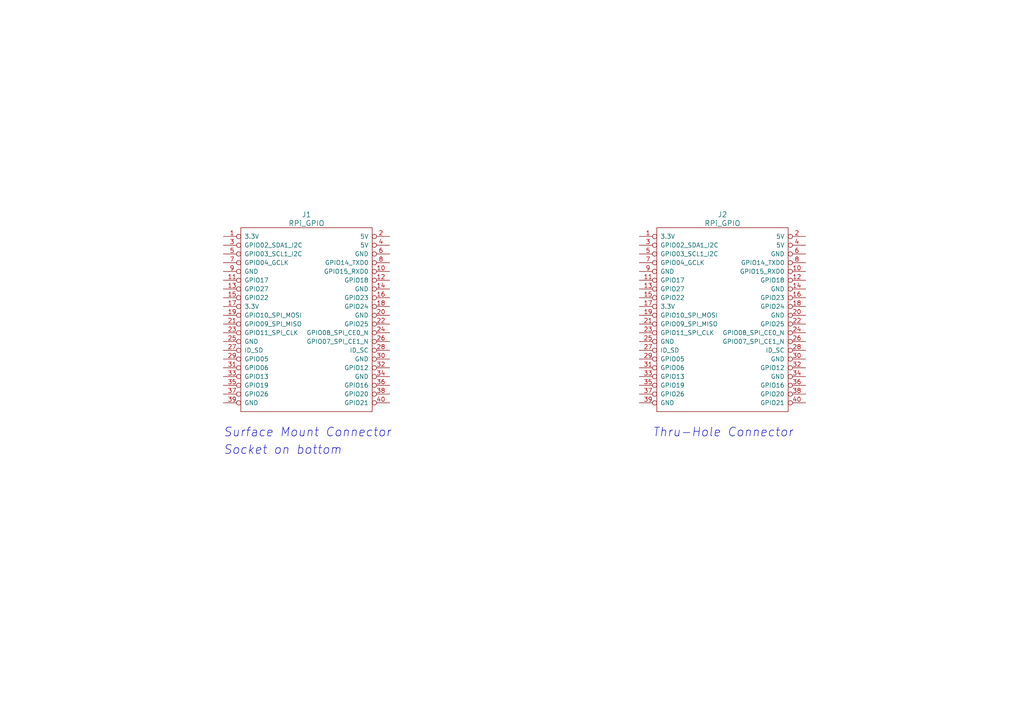
<source format=kicad_sch>
(kicad_sch (version 20231120) (generator "eeschema") (generator_version "8.0")
  (paper "A4")
  (lib_symbols
    (symbol "Connector-ML:RPi_GPIO" (pin_names (offset 1.016))
      (property "Reference" "J" (at 19.05 6.35 0))
      (property "Value" "RPi_GPIO" (at 19.05 3.81 0))
      (symbol "RPi_GPIO_0_1"
        (rectangle (start 0 2.54) (end 38.1 -50.8))
      )
      (symbol "RPi_GPIO_1_1"
        (pin power_in inverted (at -5.08 0 0) (length 5.08) (name "3.3V") (number "1"))
        (pin bidirectional inverted (at 43.18 -10.16 180) (length 5.08) (name "GPIO15_RXD0") (number "10"))
        (pin bidirectional inverted (at -5.08 -12.7 0) (length 5.08) (name "GPIO17") (number "11"))
        (pin bidirectional inverted (at 43.18 -12.7 180) (length 5.08) (name "GPIO18") (number "12"))
        (pin bidirectional inverted (at -5.08 -15.24 0) (length 5.08) (name "GPIO27") (number "13"))
        (pin power_in inverted (at 43.18 -15.24 180) (length 5.08) (name "GND") (number "14"))
        (pin bidirectional inverted (at -5.08 -17.78 0) (length 5.08) (name "GPIO22") (number "15"))
        (pin bidirectional inverted (at 43.18 -17.78 180) (length 5.08) (name "GPIO23") (number "16"))
        (pin power_in inverted (at -5.08 -20.32 0) (length 5.08) (name "3.3V") (number "17"))
        (pin bidirectional inverted (at 43.18 -20.32 180) (length 5.08) (name "GPIO24") (number "18"))
        (pin bidirectional inverted (at -5.08 -22.86 0) (length 5.08) (name "GPIO10_SPI_MOSI") (number "19"))
        (pin power_in inverted (at 43.18 0 180) (length 5.08) (name "5V") (number "2"))
        (pin power_in inverted (at 43.18 -22.86 180) (length 5.08) (name "GND") (number "20"))
        (pin bidirectional inverted (at -5.08 -25.4 0) (length 5.08) (name "GPIO09_SPI_MISO") (number "21"))
        (pin bidirectional inverted (at 43.18 -25.4 180) (length 5.08) (name "GPIO25") (number "22"))
        (pin bidirectional inverted (at -5.08 -27.94 0) (length 5.08) (name "GPIO11_SPI_CLK") (number "23"))
        (pin bidirectional inverted (at 43.18 -27.94 180) (length 5.08) (name "GPIO08_SPI_CE0_N") (number "24"))
        (pin power_in inverted (at -5.08 -30.48 0) (length 5.08) (name "GND") (number "25"))
        (pin bidirectional inverted (at 43.18 -30.48 180) (length 5.08) (name "GPIO07_SPI_CE1_N") (number "26"))
        (pin bidirectional inverted (at -5.08 -33.02 0) (length 5.08) (name "ID_SD") (number "27"))
        (pin bidirectional inverted (at 43.18 -33.02 180) (length 5.08) (name "ID_SC") (number "28"))
        (pin bidirectional inverted (at -5.08 -35.56 0) (length 5.08) (name "GPIO05") (number "29"))
        (pin bidirectional inverted (at -5.08 -2.54 0) (length 5.08) (name "GPIO02_SDA1_I2C") (number "3"))
        (pin power_in inverted (at 43.18 -35.56 180) (length 5.08) (name "GND") (number "30"))
        (pin bidirectional inverted (at -5.08 -38.1 0) (length 5.08) (name "GPIO06") (number "31"))
        (pin bidirectional inverted (at 43.18 -38.1 180) (length 5.08) (name "GPIO12") (number "32"))
        (pin bidirectional inverted (at -5.08 -40.64 0) (length 5.08) (name "GPIO13") (number "33"))
        (pin power_in inverted (at 43.18 -40.64 180) (length 5.08) (name "GND") (number "34"))
        (pin bidirectional inverted (at -5.08 -43.18 0) (length 5.08) (name "GPIO19") (number "35"))
        (pin bidirectional inverted (at 43.18 -43.18 180) (length 5.08) (name "GPIO16") (number "36"))
        (pin bidirectional inverted (at -5.08 -45.72 0) (length 5.08) (name "GPIO26") (number "37"))
        (pin bidirectional inverted (at 43.18 -45.72 180) (length 5.08) (name "GPIO20") (number "38"))
        (pin power_in inverted (at -5.08 -48.26 0) (length 5.08) (name "GND") (number "39"))
        (pin power_in inverted (at 43.18 -2.54 180) (length 5.08) (name "5V") (number "4"))
        (pin bidirectional inverted (at 43.18 -48.26 180) (length 5.08) (name "GPIO21") (number "40"))
        (pin bidirectional inverted (at -5.08 -5.08 0) (length 5.08) (name "GPIO03_SCL1_I2C") (number "5"))
        (pin power_in inverted (at 43.18 -5.08 180) (length 5.08) (name "GND") (number "6"))
        (pin bidirectional inverted (at -5.08 -7.62 0) (length 5.08) (name "GPIO04_GCLK") (number "7"))
        (pin bidirectional inverted (at 43.18 -7.62 180) (length 5.08) (name "GPIO14_TXD0") (number "8"))
        (pin power_in inverted (at -5.08 -10.16 0) (length 5.08) (name "GND") (number "9"))
      )
    )
  )
  (text "Socket on bottom" (at 64.77 132.08 0) (effects (font (size 2.54 2.54) (italic yes)) (justify left bottom)))
  (text "Surface Mount Connector" (at 64.77 127 0) (effects (font (size 2.54 2.54) (italic yes)) (justify left bottom)))
  (text "Thru-Hole Connector" (at 189.23 127 0) (effects (font (size 2.54 2.54) (italic yes)) (justify left bottom)))
  (symbol (lib_id "Connector-ML:RPi_GPIO") (at 69.85 68.58 0) (unit 1)
    (property "Reference" "J1" (at 88.9 62.23 0) (effects (font (size 1.524 1.524))))
    (property "Value" "RPi_GPIO" (at 88.9 64.77 0) (effects (font (size 1.524 1.524))))
    (property "Footprint" "RPi_Hat:Samtec_HLE-120-02-XXX-DV-BE-XX-XX" (effects (hide yes)))
  )
  (symbol (lib_id "Connector-ML:RPi_GPIO") (at 190.5 68.58 0) (unit 1)
    (property "Reference" "J2" (at 209.55 62.23 0) (effects (font (size 1.524 1.524))))
    (property "Value" "RPi_GPIO" (at 209.55 64.77 0) (effects (font (size 1.524 1.524))))
    (property "Footprint" "RPi_Hat:Pin_Header_Straight_2x20" (effects (hide yes)))
  )
)
</source>
